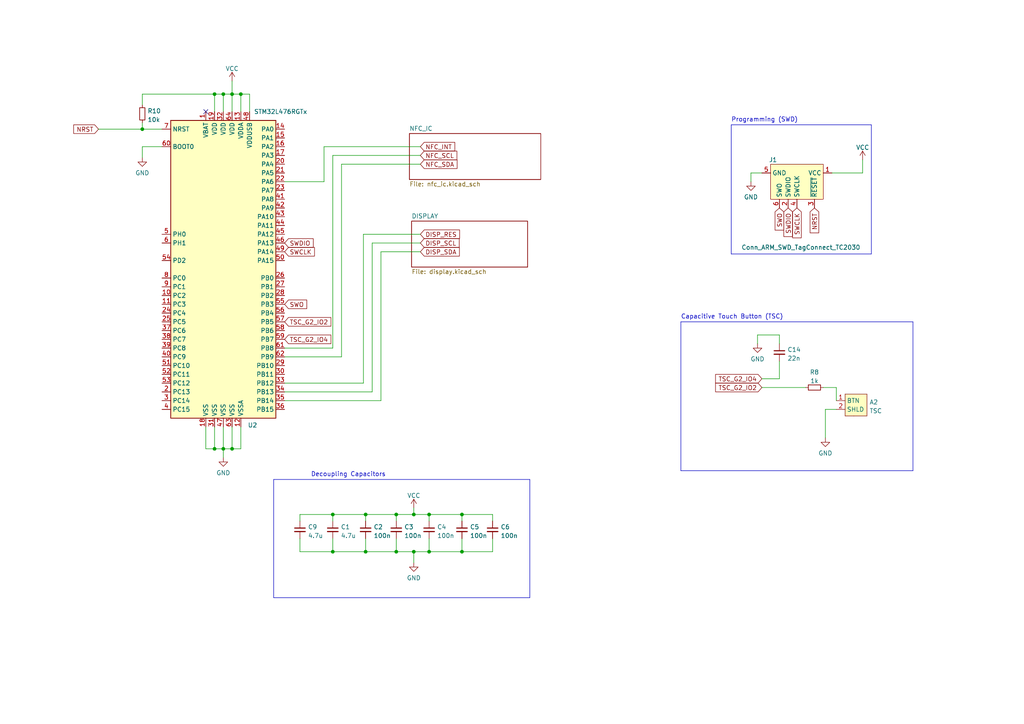
<source format=kicad_sch>
(kicad_sch (version 20230121) (generator eeschema)
  (paper "A4")
  (lib_symbols
    (symbol "Connector:Conn_ARM_SWD_TagConnect_TC2030" (in_bom no)
      (property "Reference" "J" (at 2.54 11.43 0))
      (property "Value" "Conn_ARM_SWD_TagConnect_TC2030" (at 5.08 8.89 0))
      (symbol "Conn_ARM_SWD_TagConnect_TC2030_0_0"
        (pin power_in line (at -2.54 10.16 270) (length 2.54) (name "VCC") (number "1"))
        (pin bidirectional line (at 7.62 -2.54 180) (length 2.54) (name "SWDIO") (number "2"))
        (pin open_collector line (at 7.62 5.08 180) (length 2.54) (name "~{RESET}") (number "3"))
        (pin output line (at 7.62 0 180) (length 2.54) (name "SWCLK") (number "4"))
        (pin power_in line (at -2.54 -10.16 90) (length 2.54) (name "GND") (number "5"))
        (pin input line (at 7.62 -5.08 180) (length 2.54) (name "SWO") (number "6"))
      )
      (symbol "Conn_ARM_SWD_TagConnect_TC2030_0_1"
        (rectangle (start -5.08 7.62) (end 5.08 -7.62) (fill (type background)))
      )
    )
    (symbol "Device:C_Small" (pin_numbers hide) (pin_names (offset 0.254) hide)
      (property "Reference" "C" (at 0.254 1.778 0))
      (property "Value" "C_Small" (at 0.254 -2.032 0))
      (symbol "C_Small_0_1"
        (polyline (pts (xy -1.524 -0.508) (xy 1.524 -0.508)) (stroke (width 0.3302)))
        (polyline (pts (xy -1.524 0.508) (xy 1.524 0.508)) (stroke (width 0.3048)))
      )
      (symbol "C_Small_1_1"
        (pin passive line (at 0 2.54 270) (length 2.032) (name "~") (number "1"))
        (pin passive line (at 0 -2.54 90) (length 2.032) (name "~") (number "2"))
      )
    )
    (symbol "Device:R_Small" (pin_numbers hide) (pin_names (offset 0.254) hide)
      (property "Reference" "R" (at 0.762 0.508 0))
      (property "Value" "R_Small" (at 0.762 -1.016 0))
      (symbol "R_Small_0_1"
        (rectangle (start -0.762 1.778) (end 0.762 -1.778) (stroke (width 0.2032)))
      )
      (symbol "R_Small_1_1"
        (pin passive line (at 0 2.54 270) (length 0.762) (name "~") (number "1"))
        (pin passive line (at 0 -2.54 90) (length 0.762) (name "~") (number "2"))
      )
    )
    (symbol "MCU_ST_STM32L4:STM32L476RGTx"
      (property "Reference" "U" (at -15.24 44.45 0))
      (property "Value" "STM32L476RGTx" (at 10.16 44.45 0))
      (symbol "STM32L476RGTx_0_1"
        (rectangle (start -15.24 -43.18) (end 15.24 43.18) (stroke (width 0.254)) (fill (type background)))
      )
      (symbol "STM32L476RGTx_1_1"
        (pin power_in line (at -5.08 45.72 270) (length 2.54) (name "VBAT") (number "1"))
        (pin bidirectional line (at -17.78 -7.62 0) (length 2.54) (name "PC2") (number "10"))
        (pin bidirectional line (at -17.78 -10.16 0) (length 2.54) (name "PC3") (number "11"))
        (pin power_in line (at 5.08 -45.72 90) (length 2.54) (name "VSSA") (number "12"))
        (pin power_in line (at 5.08 45.72 270) (length 2.54) (name "VDDA") (number "13"))
        (pin bidirectional line (at 17.78 40.64 180) (length 2.54) (name "PA0") (number "14"))
        (pin bidirectional line (at 17.78 38.1 180) (length 2.54) (name "PA1") (number "15"))
        (pin bidirectional line (at 17.78 35.56 180) (length 2.54) (name "PA2") (number "16"))
        (pin bidirectional line (at 17.78 33.02 180) (length 2.54) (name "PA3") (number "17"))
        (pin power_in line (at -5.08 -45.72 90) (length 2.54) (name "VSS") (number "18"))
        (pin power_in line (at -2.54 45.72 270) (length 2.54) (name "VDD") (number "19"))
        (pin bidirectional line (at -17.78 -35.56 0) (length 2.54) (name "PC13") (number "2"))
        (pin bidirectional line (at 17.78 30.48 180) (length 2.54) (name "PA4") (number "20"))
        (pin bidirectional line (at 17.78 27.94 180) (length 2.54) (name "PA5") (number "21"))
        (pin bidirectional line (at 17.78 25.4 180) (length 2.54) (name "PA6") (number "22"))
        (pin bidirectional line (at 17.78 22.86 180) (length 2.54) (name "PA7") (number "23"))
        (pin bidirectional line (at -17.78 -12.7 0) (length 2.54) (name "PC4") (number "24"))
        (pin bidirectional line (at -17.78 -15.24 0) (length 2.54) (name "PC5") (number "25"))
        (pin bidirectional line (at 17.78 -2.54 180) (length 2.54) (name "PB0") (number "26"))
        (pin bidirectional line (at 17.78 -5.08 180) (length 2.54) (name "PB1") (number "27"))
        (pin bidirectional line (at 17.78 -7.62 180) (length 2.54) (name "PB2") (number "28"))
        (pin bidirectional line (at 17.78 -27.94 180) (length 2.54) (name "PB10") (number "29"))
        (pin bidirectional line (at -17.78 -38.1 0) (length 2.54) (name "PC14") (number "3"))
        (pin bidirectional line (at 17.78 -30.48 180) (length 2.54) (name "PB11") (number "30"))
        (pin power_in line (at -2.54 -45.72 90) (length 2.54) (name "VSS") (number "31"))
        (pin power_in line (at 0 45.72 270) (length 2.54) (name "VDD") (number "32"))
        (pin bidirectional line (at 17.78 -33.02 180) (length 2.54) (name "PB12") (number "33"))
        (pin bidirectional line (at 17.78 -35.56 180) (length 2.54) (name "PB13") (number "34"))
        (pin bidirectional line (at 17.78 -38.1 180) (length 2.54) (name "PB14") (number "35"))
        (pin bidirectional line (at 17.78 -40.64 180) (length 2.54) (name "PB15") (number "36"))
        (pin bidirectional line (at -17.78 -17.78 0) (length 2.54) (name "PC6") (number "37"))
        (pin bidirectional line (at -17.78 -20.32 0) (length 2.54) (name "PC7") (number "38"))
        (pin bidirectional line (at -17.78 -22.86 0) (length 2.54) (name "PC8") (number "39"))
        (pin bidirectional line (at -17.78 -40.64 0) (length 2.54) (name "PC15") (number "4"))
        (pin bidirectional line (at -17.78 -25.4 0) (length 2.54) (name "PC9") (number "40"))
        (pin bidirectional line (at 17.78 20.32 180) (length 2.54) (name "PA8") (number "41"))
        (pin bidirectional line (at 17.78 17.78 180) (length 2.54) (name "PA9") (number "42"))
        (pin bidirectional line (at 17.78 15.24 180) (length 2.54) (name "PA10") (number "43"))
        (pin bidirectional line (at 17.78 12.7 180) (length 2.54) (name "PA11") (number "44"))
        (pin bidirectional line (at 17.78 10.16 180) (length 2.54) (name "PA12") (number "45"))
        (pin bidirectional line (at 17.78 7.62 180) (length 2.54) (name "PA13") (number "46"))
        (pin power_in line (at 0 -45.72 90) (length 2.54) (name "VSS") (number "47"))
        (pin power_in line (at 7.62 45.72 270) (length 2.54) (name "VDDUSB") (number "48"))
        (pin bidirectional line (at 17.78 5.08 180) (length 2.54) (name "PA14") (number "49"))
        (pin input line (at -17.78 10.16 0) (length 2.54) (name "PH0") (number "5"))
        (pin bidirectional line (at 17.78 2.54 180) (length 2.54) (name "PA15") (number "50"))
        (pin bidirectional line (at -17.78 -27.94 0) (length 2.54) (name "PC10") (number "51"))
        (pin bidirectional line (at -17.78 -30.48 0) (length 2.54) (name "PC11") (number "52"))
        (pin bidirectional line (at -17.78 -33.02 0) (length 2.54) (name "PC12") (number "53"))
        (pin bidirectional line (at -17.78 2.54 0) (length 2.54) (name "PD2") (number "54"))
        (pin bidirectional line (at 17.78 -10.16 180) (length 2.54) (name "PB3") (number "55"))
        (pin bidirectional line (at 17.78 -12.7 180) (length 2.54) (name "PB4") (number "56"))
        (pin bidirectional line (at 17.78 -15.24 180) (length 2.54) (name "PB5") (number "57"))
        (pin bidirectional line (at 17.78 -17.78 180) (length 2.54) (name "PB6") (number "58"))
        (pin bidirectional line (at 17.78 -20.32 180) (length 2.54) (name "PB7") (number "59"))
        (pin input line (at -17.78 7.62 0) (length 2.54) (name "PH1") (number "6"))
        (pin input line (at -17.78 35.56 0) (length 2.54) (name "BOOT0") (number "60"))
        (pin bidirectional line (at 17.78 -22.86 180) (length 2.54) (name "PB8") (number "61"))
        (pin bidirectional line (at 17.78 -25.4 180) (length 2.54) (name "PB9") (number "62"))
        (pin power_in line (at 2.54 -45.72 90) (length 2.54) (name "VSS") (number "63"))
        (pin power_in line (at 2.54 45.72 270) (length 2.54) (name "VDD") (number "64"))
        (pin input line (at -17.78 40.64 0) (length 2.54) (name "NRST") (number "7"))
        (pin bidirectional line (at -17.78 -2.54 0) (length 2.54) (name "PC0") (number "8"))
        (pin bidirectional line (at -17.78 -5.08 0) (length 2.54) (name "PC1") (number "9"))
      )
    )
    (symbol "Symbols:TSC"
      (property "Reference" "A" (at 2.54 4.445 0))
      (property "Value" "TSC" (at 1.905 -4.445 0))
      (symbol "TSC_0_1"
        (rectangle (start 0 3.175) (end 6.35 -3.175) (stroke (width 0.1524)) (fill (type background)))
        (rectangle (start 2.54 -3.175) (end 2.54 -3.175) (stroke (width 0.1524)))
      )
      (symbol "TSC_1_1"
        (pin passive line (at -2.54 1.27 0) (length 2.54) (name "BTN") (number "1"))
        (pin passive line (at -2.54 -1.27 0) (length 2.54) (name "SHLD") (number "2"))
      )
    )
    (symbol "power:GND" (power) (pin_names (offset 0))
      (property "Value" "GND" (at 0 -3.81 0))
      (symbol "GND_0_1"
        (polyline (pts (xy 0 0) (xy 0 -1.27) (xy 1.27 -1.27) (xy 0 -2.54) (xy -1.27 -1.27) (xy 0 -1.27)))
      )
      (symbol "GND_1_1"
        (pin power_in line (at 0 0 270) (length 0) hide (name "GND") (number "1"))
      )
    )
    (symbol "power:VCC" (power) (pin_names (offset 0))
      (property "Value" "VCC" (at 0 3.81 0))
      (symbol "VCC_0_1"
        (polyline (pts (xy -0.762 1.27) (xy 0 2.54)))
        (polyline (pts (xy 0 0) (xy 0 2.54)))
        (polyline (pts (xy 0 2.54) (xy 0.762 1.27)))
      )
      (symbol "VCC_1_1"
        (pin power_in line (at 0 0 90) (length 0) hide (name "VCC") (number "1"))
      )
    )
  )
  (junction (at 106.045 149.225))
  (junction (at 62.23 130.175))
  (junction (at 120.015 149.225))
  (junction (at 67.31 130.175))
  (junction (at 114.935 149.225))
  (junction (at 124.46 160.02))
  (junction (at 133.985 149.225))
  (junction (at 120.015 160.02))
  (junction (at 62.23 27.305))
  (junction (at 64.77 27.305))
  (junction (at 133.985 160.02))
  (junction (at 96.52 160.02))
  (junction (at 67.31 27.305))
  (junction (at 96.52 149.225))
  (junction (at 124.46 149.225))
  (junction (at 41.275 37.465))
  (junction (at 64.77 130.175))
  (junction (at 106.045 160.02))
  (junction (at 114.935 160.02))
  (junction (at 69.85 27.305))
  (no_connect (at 59.69 32.385))
  (wire (pts (xy 41.275 37.465) (xy 46.99 37.465)))
  (wire (pts (xy 82.55 111.125) (xy 105.41 111.125)))
  (wire (pts (xy 133.985 156.21) (xy 133.985 160.02)))
  (wire (pts (xy 124.46 149.225) (xy 124.46 151.13)))
  (wire (pts (xy 69.85 123.825) (xy 69.85 130.175)))
  (wire (pts (xy 124.46 160.02) (xy 133.985 160.02)))
  (wire (pts (xy 107.95 70.485) (xy 107.95 113.665)))
  (wire (pts (xy 86.995 160.02) (xy 96.52 160.02)))
  (polyline (pts (xy 79.375 139.065) (xy 79.375 173.355)))
  (wire (pts (xy 217.805 50.165) (xy 217.805 52.705)))
  (wire (pts (xy 64.77 27.305) (xy 67.31 27.305)))
  (wire (pts (xy 226.06 99.695) (xy 226.06 97.155)))
  (wire (pts (xy 133.985 149.225) (xy 142.875 149.225)))
  (wire (pts (xy 105.41 67.945) (xy 121.92 67.945)))
  (wire (pts (xy 96.52 149.225) (xy 106.045 149.225)))
  (wire (pts (xy 114.935 156.21) (xy 114.935 160.02)))
  (wire (pts (xy 239.395 118.745) (xy 242.57 118.745)))
  (wire (pts (xy 72.39 32.385) (xy 72.39 27.305)))
  (wire (pts (xy 142.875 160.02) (xy 142.875 156.21)))
  (wire (pts (xy 96.52 156.21) (xy 96.52 160.02)))
  (wire (pts (xy 107.95 113.665) (xy 82.55 113.665)))
  (wire (pts (xy 67.31 23.495) (xy 67.31 27.305)))
  (wire (pts (xy 226.06 97.155) (xy 219.71 97.155)))
  (wire (pts (xy 239.395 118.745) (xy 239.395 127)))
  (wire (pts (xy 142.875 149.225) (xy 142.875 151.13)))
  (wire (pts (xy 124.46 149.225) (xy 133.985 149.225)))
  (polyline (pts (xy 153.67 139.065) (xy 79.375 139.065)))
  (polyline (pts (xy 264.795 136.525) (xy 264.795 93.345)))
  (wire (pts (xy 41.275 35.56) (xy 41.275 37.465)))
  (polyline (pts (xy 212.09 36.195) (xy 252.73 36.195)))
  (wire (pts (xy 41.275 27.305) (xy 41.275 30.48)))
  (polyline (pts (xy 79.375 173.355) (xy 153.67 173.355)))
  (wire (pts (xy 41.275 42.545) (xy 41.275 45.72)))
  (wire (pts (xy 220.98 109.855) (xy 226.06 109.855)))
  (wire (pts (xy 121.92 73.025) (xy 110.49 73.025)))
  (wire (pts (xy 106.045 149.225) (xy 106.045 151.13)))
  (wire (pts (xy 62.23 130.175) (xy 64.77 130.175)))
  (polyline (pts (xy 212.09 36.195) (xy 212.09 73.66)))
  (wire (pts (xy 124.46 156.21) (xy 124.46 160.02)))
  (wire (pts (xy 99.06 47.625) (xy 99.06 103.505)))
  (polyline (pts (xy 197.485 136.525) (xy 264.795 136.525)))
  (polyline (pts (xy 197.485 93.345) (xy 197.485 136.525)))
  (wire (pts (xy 226.06 109.855) (xy 226.06 104.775)))
  (wire (pts (xy 69.85 27.305) (xy 67.31 27.305)))
  (wire (pts (xy 105.41 111.125) (xy 105.41 67.945)))
  (polyline (pts (xy 252.73 73.66) (xy 252.73 36.195)))
  (wire (pts (xy 133.985 160.02) (xy 142.875 160.02)))
  (wire (pts (xy 121.92 70.485) (xy 107.95 70.485)))
  (wire (pts (xy 106.045 149.225) (xy 114.935 149.225)))
  (wire (pts (xy 28.575 37.465) (xy 41.275 37.465)))
  (wire (pts (xy 120.015 147.32) (xy 120.015 149.225)))
  (polyline (pts (xy 264.795 93.345) (xy 197.485 93.345)))
  (polyline (pts (xy 212.09 73.66) (xy 252.73 73.66)))
  (wire (pts (xy 64.77 27.305) (xy 64.77 32.385)))
  (wire (pts (xy 62.23 130.175) (xy 62.23 123.825)))
  (wire (pts (xy 250.19 50.165) (xy 250.19 46.355)))
  (wire (pts (xy 110.49 73.025) (xy 110.49 116.205)))
  (wire (pts (xy 69.85 130.175) (xy 67.31 130.175)))
  (wire (pts (xy 120.015 160.02) (xy 120.015 163.195)))
  (wire (pts (xy 121.92 42.545) (xy 93.98 42.545)))
  (wire (pts (xy 96.52 160.02) (xy 106.045 160.02)))
  (wire (pts (xy 93.98 52.705) (xy 82.55 52.705)))
  (wire (pts (xy 86.995 156.21) (xy 86.995 160.02)))
  (wire (pts (xy 120.015 160.02) (xy 124.46 160.02)))
  (wire (pts (xy 86.995 149.225) (xy 96.52 149.225)))
  (wire (pts (xy 238.76 112.395) (xy 242.57 112.395)))
  (wire (pts (xy 69.85 27.305) (xy 72.39 27.305)))
  (wire (pts (xy 96.52 45.085) (xy 96.52 100.965)))
  (wire (pts (xy 121.92 47.625) (xy 99.06 47.625)))
  (wire (pts (xy 106.045 160.02) (xy 114.935 160.02)))
  (wire (pts (xy 121.92 45.085) (xy 96.52 45.085)))
  (wire (pts (xy 41.275 42.545) (xy 46.99 42.545)))
  (wire (pts (xy 114.935 160.02) (xy 120.015 160.02)))
  (wire (pts (xy 62.23 32.385) (xy 62.23 27.305)))
  (wire (pts (xy 93.98 42.545) (xy 93.98 52.705)))
  (wire (pts (xy 220.98 50.165) (xy 217.805 50.165)))
  (wire (pts (xy 69.85 27.305) (xy 69.85 32.385)))
  (wire (pts (xy 59.69 123.825) (xy 59.69 130.175)))
  (wire (pts (xy 114.935 149.225) (xy 120.015 149.225)))
  (wire (pts (xy 110.49 116.205) (xy 82.55 116.205)))
  (wire (pts (xy 219.71 97.155) (xy 219.71 99.695)))
  (wire (pts (xy 96.52 151.13) (xy 96.52 149.225)))
  (wire (pts (xy 59.69 130.175) (xy 62.23 130.175)))
  (wire (pts (xy 242.57 112.395) (xy 242.57 116.205)))
  (wire (pts (xy 64.77 130.175) (xy 67.31 130.175)))
  (wire (pts (xy 64.77 130.175) (xy 64.77 132.715)))
  (wire (pts (xy 106.045 156.21) (xy 106.045 160.02)))
  (wire (pts (xy 62.23 27.305) (xy 41.275 27.305)))
  (wire (pts (xy 99.06 103.505) (xy 82.55 103.505)))
  (wire (pts (xy 86.995 151.13) (xy 86.995 149.225)))
  (wire (pts (xy 241.3 50.165) (xy 250.19 50.165)))
  (wire (pts (xy 114.935 149.225) (xy 114.935 151.13)))
  (wire (pts (xy 120.015 149.225) (xy 124.46 149.225)))
  (wire (pts (xy 62.23 27.305) (xy 64.77 27.305)))
  (wire (pts (xy 220.98 112.395) (xy 233.68 112.395)))
  (wire (pts (xy 67.31 32.385) (xy 67.31 27.305)))
  (polyline (pts (xy 153.67 173.355) (xy 153.67 139.065)))
  (wire (pts (xy 96.52 100.965) (xy 82.55 100.965)))
  (wire (pts (xy 67.31 123.825) (xy 67.31 130.175)))
  (wire (pts (xy 133.985 149.225) (xy 133.985 151.13)))
  (wire (pts (xy 64.77 123.825) (xy 64.77 130.175)))
  (text "Programming (SWD)" (at 212.09 35.56 0) (effects (font (size 1.27 1.27)) (justify left bottom)))
  (text "Capacitive Touch Button (TSC)" (at 197.485 92.71 0) (effects (font (size 1.27 1.27)) (justify left bottom)))
  (text "Decoupling Capacitors" (at 90.17 138.43 0) (effects (font (size 1.27 1.27)) (justify left bottom)))
  (global_label "NFC_SCL" (shape input) (at 121.92 45.085 0) (property "Intersheetrefs" "${INTERSHEET_REFS}" (effects hide)))
  (global_label "TSC_G2_IO4" (shape input) (at 82.55 98.425 0) (property "Intersheetrefs" "${INTERSHEET_REFS}" (effects hide)))
  (global_label "NFC_SDA" (shape input) (at 121.92 47.625 0) (property "Intersheetrefs" "${INTERSHEET_REFS}" (effects hide)))
  (global_label "SWO" (shape input) (at 82.55 88.265 0) (property "Intersheetrefs" "${INTERSHEET_REFS}" (effects hide)))
  (global_label "TSC_G2_IO2" (shape input) (at 220.98 112.395 180) (property "Intersheetrefs" "${INTERSHEET_REFS}" (effects hide)))
  (global_label "NRST" (shape input) (at 28.575 37.465 180) (property "Intersheetrefs" "${INTERSHEET_REFS}" (effects hide)))
  (global_label "SWDIO" (shape input) (at 228.6 60.325 270) (property "Intersheetrefs" "${INTERSHEET_REFS}" (effects hide)))
  (global_label "NFC_INT" (shape input) (at 121.92 42.545 0) (property "Intersheetrefs" "${INTERSHEET_REFS}" (effects hide)))
  (global_label "SWO" (shape input) (at 226.06 60.325 270) (property "Intersheetrefs" "${INTERSHEET_REFS}" (effects hide)))
  (global_label "TSC_G2_IO2" (shape input) (at 82.55 93.345 0) (property "Intersheetrefs" "${INTERSHEET_REFS}" (effects hide)))
  (global_label "NRST" (shape input) (at 236.22 60.325 270) (property "Intersheetrefs" "${INTERSHEET_REFS}" (effects hide)))
  (global_label "SWCLK" (shape input) (at 82.55 73.025 0) (property "Intersheetrefs" "${INTERSHEET_REFS}" (effects hide)))
  (global_label "TSC_G2_IO4" (shape input) (at 220.98 109.855 180) (property "Intersheetrefs" "${INTERSHEET_REFS}" (effects hide)))
  (global_label "DISP_SCL" (shape input) (at 121.92 70.485 0) (property "Intersheetrefs" "${INTERSHEET_REFS}" (effects hide)))
  (global_label "SWCLK" (shape input) (at 231.14 60.325 270) (property "Intersheetrefs" "${INTERSHEET_REFS}" (effects hide)))
  (global_label "DISP_SDA" (shape input) (at 121.92 73.025 0) (property "Intersheetrefs" "${INTERSHEET_REFS}" (effects hide)))
  (global_label "SWDIO" (shape input) (at 82.55 70.485 0) (property "Intersheetrefs" "${INTERSHEET_REFS}" (effects hide)))
  (global_label "DISP_RES" (shape input) (at 121.92 67.945 0) (property "Intersheetrefs" "${INTERSHEET_REFS}" (effects hide)))
  (symbol (lib_id "power:GND") (at 217.805 52.705 0) (unit 1)
    (property "Reference" "#PWR0121" (effects hide))
    (property "Value" "GND" (at 217.805 57.1484 0))
  )
  (symbol (lib_id "Device:C_Small") (at 86.995 153.67 0) (unit 1)
    (property "Reference" "C9" (at 89.3191 152.8416 0) (effects (justify left)))
    (property "Value" "4.7u" (at 89.3191 155.3785 0) (effects (justify left)))
    (property "Footprint" "Capacitor_SMD:C_0805_2012Metric" (effects hide))
  )
  (symbol (lib_id "power:VCC") (at 120.015 147.32 0) (unit 1)
    (property "Reference" "#PWR0103" (effects hide))
    (property "Value" "VCC" (at 120.015 143.7442 0))
  )
  (symbol (lib_id "Device:C_Small") (at 96.52 153.67 0) (unit 1)
    (property "Reference" "C1" (at 98.8441 152.8416 0) (effects (justify left)))
    (property "Value" "4.7u" (at 98.8441 155.3785 0) (effects (justify left)))
    (property "Footprint" "Capacitor_SMD:C_0805_2012Metric" (effects hide))
  )
  (symbol (lib_id "Symbols:TSC") (at 245.11 117.475 0) (unit 1) (in_bom no)
    (property "Reference" "A2" (at 252.1712 116.6403 0) (effects (justify left)))
    (property "Value" "TSC" (at 252.1712 119.1772 0) (effects (justify left)))
    (property "Footprint" "Footprints:TSC-Rectangle-25x16mm" (effects hide))
  )
  (symbol (lib_id "Device:C_Small") (at 106.045 153.67 0) (unit 1)
    (property "Reference" "C2" (at 108.3691 152.8416 0) (effects (justify left)))
    (property "Value" "100n" (at 108.3691 155.3785 0) (effects (justify left)))
    (property "Footprint" "Capacitor_SMD:C_0603_1608Metric" (effects hide))
  )
  (symbol (lib_id "power:VCC") (at 67.31 23.495 0) (unit 1)
    (property "Reference" "#PWR0101" (effects hide))
    (property "Value" "VCC" (at 67.31 19.9192 0))
  )
  (symbol (lib_id "Device:C_Small") (at 114.935 153.67 0) (unit 1)
    (property "Reference" "C3" (at 117.2591 152.8416 0) (effects (justify left)))
    (property "Value" "100n" (at 117.2591 155.3785 0) (effects (justify left)))
    (property "Footprint" "Capacitor_SMD:C_0603_1608Metric" (effects hide))
  )
  (symbol (lib_id "Device:C_Small") (at 142.875 153.67 0) (unit 1)
    (property "Reference" "C6" (at 145.1991 152.8416 0) (effects (justify left)))
    (property "Value" "100n" (at 145.1991 155.3785 0) (effects (justify left)))
    (property "Footprint" "Capacitor_SMD:C_0603_1608Metric" (effects hide))
  )
  (symbol (lib_id "Connector:Conn_ARM_SWD_TagConnect_TC2030") (at 231.14 52.705 270) (unit 1) (in_bom no)
    (property "Reference" "J1" (at 225.425 46.355 90) (effects (justify right)))
    (property "Value" "Conn_ARM_SWD_TagConnect_TC2030" (at 249.555 71.755 90) (effects (justify right)))
    (property "Footprint" "Connector:Tag-Connect_TC2030-IDC-NL_2x03_P1.27mm_Vertical" (effects hide))
    (property "Datasheet" "https://www.tag-connect.com/wp-content/uploads/bsk-pdf-manager/TC2030-CTX_1.pdf" (effects hide))
  )
  (symbol (lib_id "power:GND") (at 41.275 45.72 0) (unit 1)
    (property "Reference" "#PWR0120" (effects hide))
    (property "Value" "GND" (at 41.275 50.1634 0))
  )
  (symbol (lib_id "power:GND") (at 239.395 127 0) (unit 1)
    (property "Reference" "#PWR0116" (effects hide))
    (property "Value" "GND" (at 239.395 131.4434 0))
  )
  (symbol (lib_id "Device:C_Small") (at 124.46 153.67 0) (unit 1)
    (property "Reference" "C4" (at 126.7841 152.8416 0) (effects (justify left)))
    (property "Value" "100n" (at 126.7841 155.3785 0) (effects (justify left)))
    (property "Footprint" "Capacitor_SMD:C_0603_1608Metric" (effects hide))
  )
  (symbol (lib_id "Device:C_Small") (at 226.06 102.235 0) (unit 1)
    (property "Reference" "C14" (at 228.3841 101.4066 0) (effects (justify left)))
    (property "Value" "22n" (at 228.3841 103.9435 0) (effects (justify left)))
    (property "Footprint" "Capacitor_SMD:C_0603_1608Metric" (effects hide))
  )
  (symbol (lib_id "Device:R_Small") (at 236.22 112.395 90) (unit 1)
    (property "Reference" "R8" (at 236.22 107.9586 90))
    (property "Value" "1k" (at 236.22 110.4955 90))
    (property "Footprint" "Resistor_SMD:R_0603_1608Metric" (effects hide))
  )
  (symbol (lib_id "power:GND") (at 219.71 99.695 0) (unit 1)
    (property "Reference" "#PWR0117" (effects hide))
    (property "Value" "GND" (at 219.71 104.1384 0))
  )
  (symbol (lib_id "Device:R_Small") (at 41.275 33.02 0) (unit 1)
    (property "Reference" "R10" (at 42.7736 32.1853 0) (effects (justify left)))
    (property "Value" "10k" (at 42.7736 34.7222 0) (effects (justify left)))
    (property "Footprint" "Resistor_SMD:R_0603_1608Metric" (effects hide))
  )
  (symbol (lib_id "power:GND") (at 120.015 163.195 0) (unit 1)
    (property "Reference" "#PWR0104" (effects hide))
    (property "Value" "GND" (at 120.015 167.6384 0))
  )
  (symbol (lib_id "power:GND") (at 64.77 132.715 0) (unit 1)
    (property "Reference" "#PWR0102" (effects hide))
    (property "Value" "GND" (at 64.77 137.1584 0))
  )
  (symbol (lib_id "power:VCC") (at 250.19 46.355 0) (unit 1)
    (property "Reference" "#PWR0122" (effects hide))
    (property "Value" "VCC" (at 250.19 42.7792 0))
  )
  (symbol (lib_id "MCU_ST_STM32L4:STM32L476RGTx") (at 64.77 78.105 0) (unit 1)
    (property "Reference" "U2" (at 71.8694 123.3154 0) (effects (justify left)))
    (property "Value" "STM32L476RGTx" (at 73.66 32.385 0) (effects (justify left)))
    (property "Footprint" "Package_QFP:LQFP-64_10x10mm_P0.5mm" (effects hide))
    (property "Datasheet" "http://www.st.com/st-web-ui/static/active/en/resource/technical/document/datasheet/DM00108832.pdf" (effects hide))
  )
  (symbol (lib_id "Device:C_Small") (at 133.985 153.67 0) (unit 1)
    (property "Reference" "C5" (at 136.3091 152.8416 0) (effects (justify left)))
    (property "Value" "100n" (at 136.3091 155.3785 0) (effects (justify left)))
    (property "Footprint" "Capacitor_SMD:C_0603_1608Metric" (effects hide))
  )
  (sheet (at 118.745 38.735) (size 38.1 13.335) (stroke (width 0.1524))
    (property "Sheetname" "NFC_IC" (at 118.745 38.0234 0) (effects (justify left bottom)))
    (property "Sheetfile" "nfc_ic.kicad_sch" (at 118.745 52.6546 0) (effects (justify left top)))
  )
  (sheet (at 119.38 64.135) (size 33.655 13.335) (stroke (width 0.1524))
    (property "Sheetname" "DISPLAY" (at 119.38 63.4234 0) (effects (justify left bottom)))
    (property "Sheetfile" "display.kicad_sch" (at 119.38 78.0546 0) (effects (justify left top)))
  )
)
</source>
